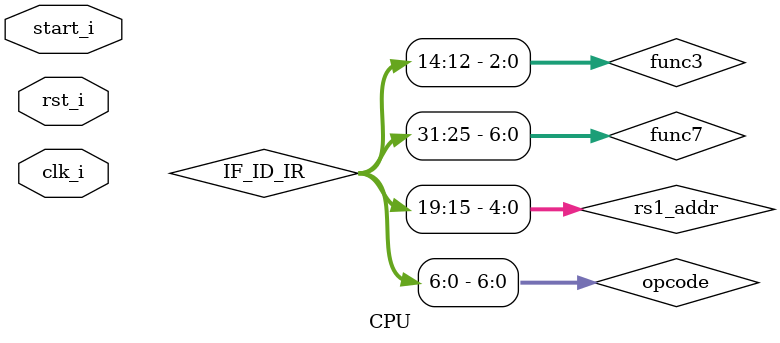
<source format=v>
`define lw 7'b0000011
`define sw 7'b0100011
`define beq 7'b1100011
`define rtype 7'b0110011
`define imm 7'b0010011

module CPU(
    input clk_i, rst_i, start_i
);

// IF stage

wire [31 : 0] pc_i, pc_o;
wire PcWrite;
PC PC(
    .clk_i(clk_i),
    .rst_i(rst_i),
    .start_i(start_i),
    .pc_i(pc_i),
    .pc_o(pc_o),
    .PCWrite_i(PcWrite)
);

wire [31 : 0] pc_add4;
Add4 Add4(
    .pc_i(pc_o),
    .pc_o(pc_add4)
);

MUX32 PC_Mux (
    .input0(pc_add4),
    .input1(PC_Branch),
    .ctrl_signal(Flush),
    .out(pc_i)
);

wire [31: 0] instr;
Instruction_Memory Instruction_Memory
(
    .addr_i(pc_o), 
    .instr_o(instr)
);

// IF / ID pipeline register

reg [31 : 0] IF_ID_IR, IF_ID_PC;

always @(posedge clk_i) begin
    //if Stall => keep IF / ID register
    if(Stall == 0) begin
        if(Flush) begin
            IF_ID_IR <= 0;
            IF_ID_PC <= 0;
        end
        else if(instr) begin
            IF_ID_IR <=  instr;
            IF_ID_PC <= pc_o;
        end     
    end
end

// ID stage

wire [4: 0]     rs1_addr, rs2_addr, rd_addr;
wire [6 : 0]    opcode, func7;
wire [2 : 0]    func3;
wire [11 : 0]   imm_i;

assign opcode   =   IF_ID_IR[6 : 0];
assign rd_addr  =   (opcode == `sw || opcode == `beq)? 0 : IF_ID_IR[11 : 7];
assign func3    =   IF_ID_IR[14 : 12];
assign rs1_addr =   IF_ID_IR[19 : 15];
assign rs2_addr =   (opcode == `lw || opcode == `imm)? 0 : IF_ID_IR[24 : 20];
assign func7    =   IF_ID_IR[31 : 25];
assign imm_i    =   (opcode == `lw)?    IF_ID_IR[31 : 20] : 
                    (opcode == `sw)?    {IF_ID_IR[31 : 25], IF_ID_IR[11 : 7]} : 
                    (opcode == `beq)?   {IF_ID_IR[31], IF_ID_IR[7], IF_ID_IR[30 : 25], IF_ID_IR[11 : 8]} : 
                    (func3 == 3'b000)?  IF_ID_IR[31 : 20] : IF_ID_IR[24 : 20];

wire Stall, NoOp;
Hazard_Detection Hazard_Detection (
    .rs1_addr(rs1_addr),
    .rs2_addr(rs2_addr),
    .ID_EX_RD(ID_EX_RD),
    .ID_EX_MemRead(ID_EX_MemRead),
    .PcWrite_o(PcWrite), 
    .Stall_o(Stall), 
    .NoOp_o(NoOp) 
);

wire [31: 0] rs1_data, rs2_data;
Registers Registers
(
    .clk_i(clk_i),
    .RS1addr_i(rs1_addr),
    .RS2addr_i(rs2_addr),
    .RDaddr_i(MEM_WB_RD), 
    .RDdata_i(wb_data),
    .RegWrite_i(MEM_WB_RegWrite), 
    .RS1data_o(rs1_data), 
    .RS2data_o(rs2_data) 
);

wire [1 : 0] AluOp;
wire AluSrc, RegWrite, MemtoReg, MemRead, MemWrite, Branch;
Control Control(
    .NoOp(NoOp),
    .opcode(opcode),
    .AluOp(AluOp),
    .AluSrc(AluSrc),
    .RegWrite(RegWrite),
    .MemtoReg(MemtoReg),
    .MemRead(MemRead),
    .MemWrite(MemWrite),
    .Branch(Branch)
);

wire [31: 0] imm_o;
Sign_Extend Sign_Extend(
    .imm_i(imm_i),
    .imm_o(imm_o)
);

wire [31 : 0] PC_Branch;
Adder Adder(
    .IF_ID_PC(IF_ID_PC),
    .IF_ID_Imm(imm_o),
    .PC_Branch(PC_Branch)
);

wire Flush;
assign Flush = ((rs1_data == rs2_data) && Branch)? 1 : 0; 

// ID / EX pipeline register

reg [31 : 0] ID_EX_RS1data, ID_EX_RS2data, ID_EX_IMM;
reg [4 : 0]  ID_EX_RD, ID_EX_RS1, ID_EX_RS2;
reg [6 : 0]  ID_EX_func7;
reg [2 : 0]  ID_EX_func3;
reg [1 : 0]  ID_EX_AluOp;
reg          ID_EX_AluSrc, ID_EX_RegWrite, ID_EX_MemtoReg, ID_EX_MemRead, ID_EX_MemWrite;


always @(posedge clk_i) begin
    if(rd_addr)     ID_EX_RD        <= rd_addr;     else    ID_EX_RD        <= 0;
    if(rs1_addr)    ID_EX_RS1       <= rs1_addr;    else    ID_EX_RS1       <= 0;
    if(rs2_addr)    ID_EX_RS2       <= rs2_addr;    else    ID_EX_RS2       <= 0;
    if (rs1_data)   ID_EX_RS1data   <= rs1_data;    else    ID_EX_RS1data   <= 0;
    if(rs2_data)    ID_EX_RS2data   <= rs2_data;    else    ID_EX_RS2data   <= 0;
    if(imm_o)       ID_EX_IMM       <= imm_o;       else    ID_EX_IMM       <= 0;
    if(func7)       ID_EX_func7     <= func7;       else    ID_EX_func7     <= 0;
    if(func3)       ID_EX_func3     <= func3;       else    ID_EX_func3     <= 0;
    if(AluOp)       ID_EX_AluOp     <= AluOp;       else    ID_EX_AluOp     <= 0;
    if(AluSrc)      ID_EX_AluSrc    <= AluSrc;      else    ID_EX_AluSrc    <= 0;
    if(RegWrite)    ID_EX_RegWrite  <= RegWrite;    else    ID_EX_RegWrite  <= 0;
    if(MemtoReg)    ID_EX_MemtoReg  <= MemtoReg;    else    ID_EX_MemtoReg  <= 0;
    if(MemRead)     ID_EX_MemRead   <= MemRead;     else    ID_EX_MemRead   <= 0;
    if(MemWrite)    ID_EX_MemWrite  <= MemWrite;    else    ID_EX_MemWrite  <= 0;
end

// EX stage

wire [1 : 0] rs1_ctrl, rs2_ctrl;
Forwarding_Unit Forwarding_Unit (
    .ID_EX_RS1(ID_EX_RS1), 
    .ID_EX_RS2(ID_EX_RS2), 
    .EX_MEM_RD(EX_MEM_RD), 
    .MEM_WB_RD(MEM_WB_RD),
    .EX_MEM_RegWrite(EX_MEM_RegWrite), 
    .MEM_WB_RegWrite(MEM_WB_RegWrite),
    .Forward_Control1(rs1_ctrl), 
    .Forward_Control2(rs2_ctrl) 
);

wire [31 : 0] ALU_RS1, ALU_RS2;
MUX_Forwarding RS1_Forwarding (
    .ID_EX_RS(ID_EX_RS1data), 
    .EX_MEM_ALUout(EX_MEM_ALUout), 
    .WB_WBdata(wb_data),
    .ctrl(rs1_ctrl),
    .forword_out(ALU_RS1)
);
MUX_Forwarding RS2_Forwarding (
    .ID_EX_RS(ID_EX_RS2data), 
    .EX_MEM_ALUout(EX_MEM_ALUout), 
    .WB_WBdata(wb_data),
    .ctrl(rs2_ctrl),
    .forword_out(ALU_RS2)
);

wire [31 : 0] mux_o;
MUX32 ALU_Src_Mux (
    .input0(ALU_RS2),
    .input1(ID_EX_IMM),
    .ctrl_signal(ID_EX_AluSrc),
    .out(mux_o)
);

wire [2 : 0] AluControl_o;
ALU_Control ALU_Control(
    .func3(ID_EX_func3),
    .func7(ID_EX_func7),
    .AluOp(ID_EX_AluOp),
    .AluControl_o(AluControl_o)
);

wire [31 : 0] ALU_o;
ALU ALU(
    .rs1_data(ALU_RS1), 
    .mux_o(mux_o),
    .AluControl(AluControl_o),
    .ALU_o(ALU_o)
);

// EX / MEM pipeline register

reg [31 : 0] EX_MEM_ALUout, EX_MEM_WriteData;
reg [4 : 0]  EX_MEM_RD;
reg          EX_MEM_RegWrite, EX_MEM_MemtoReg, EX_MEM_MemRead, EX_MEM_MemWrite;

always @ (posedge clk_i) begin
    if(ALU_o)           EX_MEM_ALUout       <= ALU_o;           else    EX_MEM_ALUout       <= 0;
    if(ALU_RS2)         EX_MEM_WriteData    <= ALU_RS2;         else    EX_MEM_WriteData    <= 0;
    if(ID_EX_RD)        EX_MEM_RD           <= ID_EX_RD;        else    EX_MEM_RD           <= 0;
    if(ID_EX_RegWrite)  EX_MEM_RegWrite     <= ID_EX_RegWrite;  else    EX_MEM_RegWrite     <= 0;
    if(ID_EX_MemtoReg)  EX_MEM_MemtoReg     <= ID_EX_MemtoReg;  else    EX_MEM_MemtoReg     <= 0;
    if(ID_EX_MemRead)   EX_MEM_MemRead      <= ID_EX_MemRead;   else    EX_MEM_MemRead      <= 0;
    if(ID_EX_MemWrite)  EX_MEM_MemWrite     <= ID_EX_MemWrite;  else    EX_MEM_MemWrite     <= 0;
end


//MEM stage

wire [31 : 0] MemData_o;
Data_Memory Data_Memory(
    .clk_i(clk_i), 
    .addr_i(EX_MEM_ALUout), 
    .MemRead_i(EX_MEM_MemRead),
    .MemWrite_i(EX_MEM_MemWrite),
    .data_i(EX_MEM_WriteData),
    .data_o(MemData_o)
);

// MEM / WB pipeline register 

reg [31 : 0] MEM_WB_MEMout, MEM_WB_ALUout;
reg [4 : 0]  MEM_WB_RD;
reg          MEM_WB_MemtoReg, MEM_WB_RegWrite;

always @ (posedge clk_i) begin
    if(MemData_o)       MEM_WB_MEMout   <= MemData_o;       else    MEM_WB_MEMout   <= 0;
    if(EX_MEM_ALUout)   MEM_WB_ALUout   <= EX_MEM_ALUout;   else    MEM_WB_ALUout   <= 0;
    if(EX_MEM_RD)       MEM_WB_RD       <= EX_MEM_RD;       else    MEM_WB_RD       <= 0;
    if(EX_MEM_RegWrite) MEM_WB_RegWrite <= EX_MEM_RegWrite; else    MEM_WB_RegWrite <= 0;
    if(EX_MEM_MemtoReg) MEM_WB_MemtoReg <= EX_MEM_MemtoReg; else    MEM_WB_MemtoReg <= 0;
end

//WB stage

wire [31 : 0] wb_data;
MUX32 WB_Mux(
    .input0(MEM_WB_ALUout),
    .input1(MEM_WB_MEMout),
    .ctrl_signal(MEM_WB_MemtoReg),
    .out(wb_data)
);

endmodule

</source>
